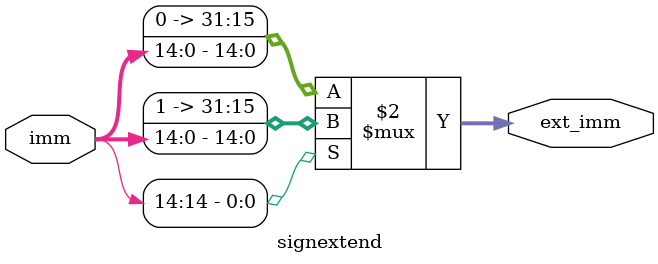
<source format=sv>
`timescale 1ns / 1ps


module signextend(
    input [14:0] imm,
    output [31:0] ext_imm
    );
    assign ext_imm = (imm[14]==0)?{17'b00000000000000000,imm}:{17'b11111111111111111,imm};
endmodule

</source>
